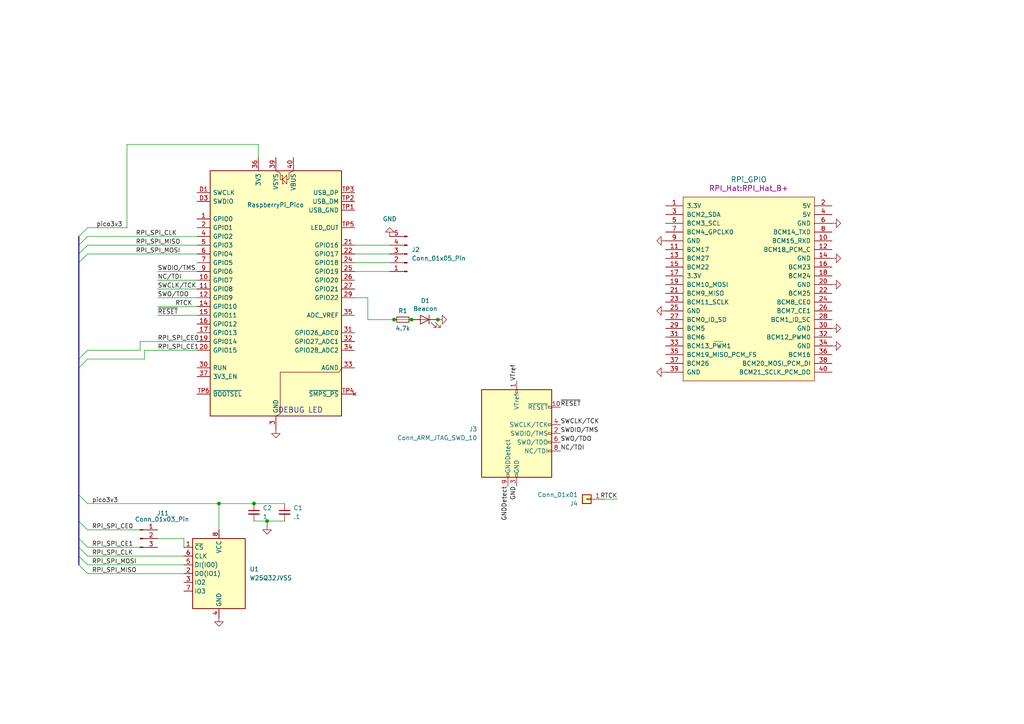
<source format=kicad_sch>
(kicad_sch (version 20250114) (generator "eeschema") (generator_version "9.0")
  (paper "A4")
  (lib_symbols
    (symbol "Connector:Conn_01x03_Pin" (pin_names (offset 1.016) (hide yes))
      (property "Reference" "J" (at 0 5.08 0))
      (property "Value" "Conn_01x03_Pin" (at 0 -5.08 0))
      (symbol "Conn_01x03_Pin_1_1"
        (rectangle (start 0.8636 2.667) (end 0 2.413) (stroke (width 0.1524)) (fill (type outline)))
        (rectangle (start 0.8636 0.127) (end 0 -0.127) (stroke (width 0.1524)) (fill (type outline)))
        (rectangle (start 0.8636 -2.413) (end 0 -2.667) (stroke (width 0.1524)) (fill (type outline)))
        (polyline (pts (xy 1.27 2.54) (xy 0.8636 2.54)) (stroke (width 0.1524)))
        (polyline (pts (xy 1.27 0) (xy 0.8636 0)) (stroke (width 0.1524)))
        (polyline (pts (xy 1.27 -2.54) (xy 0.8636 -2.54)) (stroke (width 0.1524)))
        (pin passive line (at 5.08 2.54 180) (length 3.81) (name "Pin_1") (number "1"))
        (pin passive line (at 5.08 0 180) (length 3.81) (name "Pin_2") (number "2"))
        (pin passive line (at 5.08 -2.54 180) (length 3.81) (name "Pin_3") (number "3"))
      )
    )
    (symbol "Connector:Conn_01x05_Pin" (pin_names (offset 1.016) (hide yes))
      (property "Reference" "J" (at 0 7.62 0))
      (property "Value" "Conn_01x05_Pin" (at 0 -7.62 0))
      (symbol "Conn_01x05_Pin_1_1"
        (rectangle (start 0.8636 5.207) (end 0 4.953) (stroke (width 0.1524)) (fill (type outline)))
        (rectangle (start 0.8636 2.667) (end 0 2.413) (stroke (width 0.1524)) (fill (type outline)))
        (rectangle (start 0.8636 0.127) (end 0 -0.127) (stroke (width 0.1524)) (fill (type outline)))
        (rectangle (start 0.8636 -2.413) (end 0 -2.667) (stroke (width 0.1524)) (fill (type outline)))
        (rectangle (start 0.8636 -4.953) (end 0 -5.207) (stroke (width 0.1524)) (fill (type outline)))
        (polyline (pts (xy 1.27 5.08) (xy 0.8636 5.08)) (stroke (width 0.1524)))
        (polyline (pts (xy 1.27 2.54) (xy 0.8636 2.54)) (stroke (width 0.1524)))
        (polyline (pts (xy 1.27 0) (xy 0.8636 0)) (stroke (width 0.1524)))
        (polyline (pts (xy 1.27 -2.54) (xy 0.8636 -2.54)) (stroke (width 0.1524)))
        (polyline (pts (xy 1.27 -5.08) (xy 0.8636 -5.08)) (stroke (width 0.1524)))
        (pin passive line (at 5.08 5.08 180) (length 3.81) (name "Pin_1") (number "1"))
        (pin passive line (at 5.08 2.54 180) (length 3.81) (name "Pin_2") (number "2"))
        (pin passive line (at 5.08 0 180) (length 3.81) (name "Pin_3") (number "3"))
        (pin passive line (at 5.08 -2.54 180) (length 3.81) (name "Pin_4") (number "4"))
        (pin passive line (at 5.08 -5.08 180) (length 3.81) (name "Pin_5") (number "5"))
      )
    )
    (symbol "Connector:Conn_ARM_JTAG_SWD_10" (pin_names (offset 1.016))
      (property "Reference" "J" (at -2.54 16.51 0))
      (property "Value" "Conn_ARM_JTAG_SWD_10" (at -2.54 13.97 0))
      (symbol "Conn_ARM_JTAG_SWD_10_0_1"
        (rectangle (start -10.16 12.7) (end 10.16 -12.7) (stroke (width 0.254)) (fill (type background)))
        (rectangle (start -2.794 -12.7) (end -2.286 -11.684))
        (rectangle (start -0.254 12.7) (end 0.254 11.684))
        (rectangle (start -0.254 -12.7) (end 0.254 -11.684))
        (rectangle (start 9.144 2.286) (end 10.16 2.794))
        (rectangle (start 10.16 7.874) (end 9.144 7.366))
        (rectangle (start 10.16 -0.254) (end 9.144 0.254))
        (rectangle (start 10.16 -2.794) (end 9.144 -2.286))
      )
      (symbol "Conn_ARM_JTAG_SWD_10_1_1"
        (rectangle (start 9.144 -5.334) (end 10.16 -4.826))
        (pin no_connect line (at -10.16 0 0) (length 2.54) (hide yes) (name "KEY") (number "7"))
        (pin passive line (at -2.54 -15.24 90) (length 2.54) (name "GNDDetect") (number "9"))
        (pin power_in line (at 0 15.24 270) (length 2.54) (name "VTref") (number "1"))
        (pin power_in line (at 0 -15.24 90) (length 2.54) (name "GND") (number "3"))
        (pin passive line (at 0 -15.24 90) (length 2.54) (hide yes) (name "GND") (number "5"))
        (pin open_collector line (at 12.7 7.62 180) (length 2.54) (name "~{RESET}") (number "10"))
        (pin output line (at 12.7 2.54 180) (length 2.54) (name "SWCLK/TCK") (number "4"))
        (pin bidirectional line (at 12.7 0 180) (length 2.54) (name "SWDIO/TMS") (number "2"))
        (pin input line (at 12.7 -2.54 180) (length 2.54) (name "SWO/TDO") (number "6"))
        (pin output line (at 12.7 -5.08 180) (length 2.54) (name "NC/TDI") (number "8"))
      )
    )
    (symbol "Connector_Generic:Conn_01x01" (pin_names (offset 1.016) (hide yes))
      (property "Reference" "J" (at 0 2.54 0))
      (property "Value" "Conn_01x01" (at 0 -2.54 0))
      (symbol "Conn_01x01_1_1"
        (rectangle (start -1.27 1.27) (end 1.27 -1.27) (stroke (width 0.254)) (fill (type background)))
        (rectangle (start -1.27 0.127) (end 0 -0.127) (stroke (width 0.1524)))
        (pin passive line (at -5.08 0 0) (length 3.81) (name "Pin_1") (number "1"))
      )
    )
    (symbol "Device:C_Small" (pin_numbers (hide yes)) (pin_names (offset 0.254) (hide yes))
      (property "Reference" "C" (at 0.254 1.778 0))
      (property "Value" "C_Small" (at 0.254 -2.032 0))
      (symbol "C_Small_0_1"
        (polyline (pts (xy -1.524 0.508) (xy 1.524 0.508)) (stroke (width 0.3048)))
        (polyline (pts (xy -1.524 -0.508) (xy 1.524 -0.508)) (stroke (width 0.3302)))
      )
      (symbol "C_Small_1_1"
        (pin passive line (at 0 2.54 270) (length 2.032) (name "~") (number "1"))
        (pin passive line (at 0 -2.54 90) (length 2.032) (name "~") (number "2"))
      )
    )
    (symbol "Device:LED" (pin_numbers (hide yes)) (pin_names (offset 1.016) (hide yes))
      (property "Reference" "D" (at 0 2.54 0))
      (property "Value" "LED" (at 0 -2.54 0))
      (symbol "LED_0_1"
        (polyline (pts (xy -3.048 -0.762) (xy -4.572 -2.286) (xy -3.81 -2.286) (xy -4.572 -2.286) (xy -4.572 -1.524)))
        (polyline (pts (xy -1.778 -0.762) (xy -3.302 -2.286) (xy -2.54 -2.286) (xy -3.302 -2.286) (xy -3.302 -1.524)))
        (polyline (pts (xy -1.27 0) (xy 1.27 0)))
        (polyline (pts (xy -1.27 -1.27) (xy -1.27 1.27)) (stroke (width 0.2032)))
        (polyline (pts (xy 1.27 -1.27) (xy 1.27 1.27) (xy -1.27 0) (xy 1.27 -1.27)) (stroke (width 0.2032)))
      )
      (symbol "LED_1_1"
        (pin passive line (at -3.81 0 0) (length 2.54) (name "K") (number "1"))
        (pin passive line (at 3.81 0 180) (length 2.54) (name "A") (number "2"))
      )
    )
    (symbol "Device:R_Small" (pin_numbers (hide yes)) (pin_names (offset 0.254) (hide yes))
      (property "Reference" "R" (at 0.762 0.508 0))
      (property "Value" "R_Small" (at 0.762 -1.016 0))
      (symbol "R_Small_0_1"
        (rectangle (start -0.762 1.778) (end 0.762 -1.778) (stroke (width 0.2032)))
      )
      (symbol "R_Small_1_1"
        (pin passive line (at 0 2.54 270) (length 0.762) (name "~") (number "1"))
        (pin passive line (at 0 -2.54 90) (length 0.762) (name "~") (number "2"))
      )
    )
    (symbol "MCU_Module_RaspberryPi_Pico:RaspberryPi_Pico_SecondaryPins" (pin_names (offset 0.762))
      (property "Reference" "A" (at -19.05 38.1 0))
      (property "Value" "RaspberryPi_Pico" (at 7.62 38.1 0))
      (symbol "RaspberryPi_Pico_SecondaryPins_0_1"
        (rectangle (start -19.05 36.83) (end 19.05 -34.29) (stroke (width 0.254)) (fill (type background)))
        (polyline (pts (xy 0 36.83) (xy 1.27 36.195) (xy 1.27 34.29) (xy 1.905 34.29)))
        (polyline (pts (xy 0 -34.29) (xy 1.27 -33.655) (xy 1.27 -21.59) (xy 18.415 -21.59) (xy 19.05 -20.32)))
        (polyline (pts (xy 1.651 35.306) (xy 1.651 35.56) (xy 1.905 35.56) (xy 1.905 33.02) (xy 2.159 33.02) (xy 2.159 33.274)))
        (polyline (pts (xy 1.905 34.29) (xy 3.175 35.56) (xy 3.175 33.02) (xy 1.905 34.29)))
        (polyline (pts (xy 5.08 36.83) (xy 3.81 36.195) (xy 3.81 34.29) (xy 3.175 34.29)))
      )
      (symbol "RaspberryPi_Pico_SecondaryPins_1_1"
        (pin input line (at -22.86 30.48 0) (length 3.81) (name "SWCLK") (number "D1"))
        (pin bidirectional line (at -22.86 27.94 0) (length 3.81) (name "SWDIO") (number "D3"))
        (pin bidirectional line (at -22.86 22.86 0) (length 3.81) (name "GPIO0") (number "1"))
        (pin bidirectional line (at -22.86 20.32 0) (length 3.81) (name "GPIO1") (number "2"))
        (pin bidirectional line (at -22.86 17.78 0) (length 3.81) (name "GPIO2") (number "4"))
        (pin bidirectional line (at -22.86 15.24 0) (length 3.81) (name "GPIO3") (number "5"))
        (pin bidirectional line (at -22.86 12.7 0) (length 3.81) (name "GPIO4") (number "6"))
        (pin bidirectional line (at -22.86 10.16 0) (length 3.81) (name "GPIO5") (number "7"))
        (pin bidirectional line (at -22.86 7.62 0) (length 3.81) (name "GPIO6") (number "9"))
        (pin bidirectional line (at -22.86 5.08 0) (length 3.81) (name "GPIO7") (number "10"))
        (pin bidirectional line (at -22.86 2.54 0) (length 3.81) (name "GPIO8") (number "11"))
        (pin bidirectional line (at -22.86 0 0) (length 3.81) (name "GPIO9") (number "12"))
        (pin bidirectional line (at -22.86 -2.54 0) (length 3.81) (name "GPIO10") (number "14"))
        (pin bidirectional line (at -22.86 -5.08 0) (length 3.81) (name "GPIO11") (number "15"))
        (pin bidirectional line (at -22.86 -7.62 0) (length 3.81) (name "GPIO12") (number "16"))
        (pin bidirectional line (at -22.86 -10.16 0) (length 3.81) (name "GPIO13") (number "17"))
        (pin bidirectional line (at -22.86 -12.7 0) (length 3.81) (name "GPIO14") (number "19"))
        (pin bidirectional line (at -22.86 -15.24 0) (length 3.81) (name "GPIO15") (number "20"))
        (pin input line (at -22.86 -20.32 0) (length 3.81) (name "RUN") (number "30"))
        (pin input line (at -22.86 -22.86 0) (length 3.81) (name "3V3_EN") (number "37"))
        (pin input line (at -22.86 -27.94 0) (length 3.81) (name "~{BOOTSEL}") (number "TP6"))
        (pin power_out line (at -5.08 40.64 270) (length 3.81) (name "3V3") (number "36"))
        (pin power_in line (at 0 40.64 270) (length 3.81) (name "VSYS") (number "39"))
        (pin passive line (at 0 -38.1 90) (length 3.81) (hide yes) (name "GND") (number "13"))
        (pin passive line (at 0 -38.1 90) (length 3.81) (hide yes) (name "GND") (number "18"))
        (pin passive line (at 0 -38.1 90) (length 3.81) (hide yes) (name "GND") (number "23"))
        (pin passive line (at 0 -38.1 90) (length 3.81) (hide yes) (name "GND") (number "28"))
        (pin power_out line (at 0 -38.1 90) (length 3.81) (name "GND") (number "3"))
        (pin passive line (at 0 -38.1 90) (length 3.81) (hide yes) (name "GND") (number "38"))
        (pin passive line (at 0 -38.1 90) (length 3.81) (hide yes) (name "GND") (number "8"))
        (pin passive line (at 0 -38.1 90) (length 3.81) (hide yes) (name "GND") (number "D2"))
        (pin power_out line (at 5.08 40.64 270) (length 3.81) (name "VBUS") (number "40"))
        (pin bidirectional line (at 22.86 30.48 180) (length 3.81) (name "USB_DP") (number "TP3"))
        (pin bidirectional line (at 22.86 27.94 180) (length 3.81) (name "USB_DM") (number "TP2"))
        (pin power_out line (at 22.86 25.4 180) (length 3.81) (name "USB_GND") (number "TP1"))
        (pin output line (at 22.86 20.32 180) (length 3.81) (name "LED_OUT") (number "TP5"))
        (pin bidirectional line (at 22.86 15.24 180) (length 3.81) (name "GPIO16") (number "21"))
        (pin bidirectional line (at 22.86 12.7 180) (length 3.81) (name "GPIO17") (number "22"))
        (pin bidirectional line (at 22.86 10.16 180) (length 3.81) (name "GPIO18") (number "24"))
        (pin bidirectional line (at 22.86 7.62 180) (length 3.81) (name "GPIO19") (number "25"))
        (pin bidirectional line (at 22.86 5.08 180) (length 3.81) (name "GPIO20") (number "26"))
        (pin bidirectional line (at 22.86 2.54 180) (length 3.81) (name "GPIO21") (number "27"))
        (pin bidirectional line (at 22.86 0 180) (length 3.81) (name "GPIO22") (number "29"))
        (pin power_in line (at 22.86 -5.08 180) (length 3.81) (name "ADC_VREF") (number "35"))
        (pin bidirectional line (at 22.86 -10.16 180) (length 3.81) (name "GPIO26_ADC0") (number "31"))
        (pin bidirectional line (at 22.86 -12.7 180) (length 3.81) (name "GPIO27_ADC1") (number "32"))
        (pin bidirectional line (at 22.86 -15.24 180) (length 3.81) (name "GPIO28_ADC2") (number "34"))
        (pin power_out line (at 22.86 -20.32 180) (length 3.81) (name "AGND") (number "33"))
        (pin no_connect line (at 22.86 -27.94 180) (length 3.81) (name "~{SMPS_PS}") (number "TP4"))
      )
    )
    (symbol "Memory_Flash:W25Q32JVSS"
      (property "Reference" "U" (at -6.35 11.43 0))
      (property "Value" "W25Q32JVSS" (at 7.62 11.43 0))
      (symbol "W25Q32JVSS_0_1"
        (rectangle (start -7.62 10.16) (end 7.62 -10.16) (stroke (width 0.254)) (fill (type background)))
      )
      (symbol "W25Q32JVSS_1_1"
        (pin input line (at -10.16 7.62 0) (length 2.54) (name "~{CS}") (number "1"))
        (pin input line (at -10.16 5.08 0) (length 2.54) (name "CLK") (number "6"))
        (pin bidirectional line (at -10.16 2.54 0) (length 2.54) (name "DI(IO0)") (number "5"))
        (pin bidirectional line (at -10.16 0 0) (length 2.54) (name "DO(IO1)") (number "2"))
        (pin bidirectional line (at -10.16 -2.54 0) (length 2.54) (name "IO2") (number "3"))
        (pin bidirectional line (at -10.16 -5.08 0) (length 2.54) (name "IO3") (number "7"))
        (pin power_in line (at 0 12.7 270) (length 2.54) (name "VCC") (number "8"))
        (pin power_in line (at 0 -12.7 90) (length 2.54) (name "GND") (number "4"))
      )
    )
    (symbol "RPi_Hat:RPi_GPIO" (pin_names (offset 1.016))
      (property "Reference" "J" (at 19.05 6.35 0))
      (property "Value" "RPi_GPIO" (at 19.05 3.81 0))
      (symbol "RPi_GPIO_1_1"
        (rectangle (start 0 2.54) (end 38.1 -50.8) (fill (type background)))
        (pin power_in line (at -5.08 0 0) (length 5.08) (name "3.3V") (number "1"))
        (pin bidirectional line (at -5.08 -2.54 0) (length 5.08) (name "BCM2_SDA") (number "3"))
        (pin bidirectional line (at -5.08 -5.08 0) (length 5.08) (name "BCM3_SCL") (number "5"))
        (pin bidirectional line (at -5.08 -7.62 0) (length 5.08) (name "BCM4_GPCLK0") (number "7"))
        (pin power_in line (at -5.08 -10.16 0) (length 5.08) (name "GND") (number "9"))
        (pin bidirectional line (at -5.08 -12.7 0) (length 5.08) (name "BCM17") (number "11"))
        (pin bidirectional line (at -5.08 -15.24 0) (length 5.08) (name "BCM27") (number "13"))
        (pin bidirectional line (at -5.08 -17.78 0) (length 5.08) (name "BCM22") (number "15"))
        (pin power_in line (at -5.08 -20.32 0) (length 5.08) (name "3.3V") (number "17"))
        (pin bidirectional line (at -5.08 -22.86 0) (length 5.08) (name "BCM10_MOSI") (number "19"))
        (pin bidirectional line (at -5.08 -25.4 0) (length 5.08) (name "BCM9_MISO") (number "21"))
        (pin bidirectional line (at -5.08 -27.94 0) (length 5.08) (name "BCM11_SCLK") (number "23"))
        (pin power_in line (at -5.08 -30.48 0) (length 5.08) (name "GND") (number "25"))
        (pin bidirectional line (at -5.08 -33.02 0) (length 5.08) (name "BCM0_ID_SD") (number "27"))
        (pin bidirectional line (at -5.08 -35.56 0) (length 5.08) (name "BCM5") (number "29"))
        (pin bidirectional line (at -5.08 -38.1 0) (length 5.08) (name "BCM6") (number "31"))
        (pin bidirectional line (at -5.08 -40.64 0) (length 5.08) (name "BCM13_PWM1") (number "33"))
        (pin bidirectional line (at -5.08 -43.18 0) (length 5.08) (name "BCM19_MISO_PCM_FS") (number "35"))
        (pin bidirectional line (at -5.08 -45.72 0) (length 5.08) (name "BCM26") (number "37"))
        (pin power_in line (at -5.08 -48.26 0) (length 5.08) (name "GND") (number "39"))
        (pin power_in line (at 43.18 0 180) (length 5.08) (name "5V") (number "2"))
        (pin power_in line (at 43.18 -2.54 180) (length 5.08) (name "5V") (number "4"))
        (pin power_in line (at 43.18 -5.08 180) (length 5.08) (name "GND") (number "6"))
        (pin bidirectional line (at 43.18 -7.62 180) (length 5.08) (name "BCM14_TXD") (number "8"))
        (pin bidirectional line (at 43.18 -10.16 180) (length 5.08) (name "BCM15_RXD") (number "10"))
        (pin bidirectional line (at 43.18 -12.7 180) (length 5.08) (name "BCM18_PCM_C") (number "12"))
        (pin power_in line (at 43.18 -15.24 180) (length 5.08) (name "GND") (number "14"))
        (pin bidirectional line (at 43.18 -17.78 180) (length 5.08) (name "BCM23") (number "16"))
        (pin bidirectional line (at 43.18 -20.32 180) (length 5.08) (name "BCM24") (number "18"))
        (pin power_in line (at 43.18 -22.86 180) (length 5.08) (name "GND") (number "20"))
        (pin bidirectional line (at 43.18 -25.4 180) (length 5.08) (name "BCM25") (number "22"))
        (pin bidirectional line (at 43.18 -27.94 180) (length 5.08) (name "BCM8_CE0") (number "24"))
        (pin bidirectional line (at 43.18 -30.48 180) (length 5.08) (name "BCM7_CE1") (number "26"))
        (pin bidirectional line (at 43.18 -33.02 180) (length 5.08) (name "BCM1_ID_SC") (number "28"))
        (pin power_in line (at 43.18 -35.56 180) (length 5.08) (name "GND") (number "30"))
        (pin bidirectional line (at 43.18 -38.1 180) (length 5.08) (name "BCM12_PWM0") (number "32"))
        (pin power_in line (at 43.18 -40.64 180) (length 5.08) (name "GND") (number "34"))
        (pin bidirectional line (at 43.18 -43.18 180) (length 5.08) (name "BCM16") (number "36"))
        (pin bidirectional line (at 43.18 -45.72 180) (length 5.08) (name "BCM20_MOSI_PCM_DI") (number "38"))
        (pin bidirectional line (at 43.18 -48.26 180) (length 5.08) (name "BCM21_SCLK_PCM_DO") (number "40"))
      )
    )
    (symbol "power:GND" (power) (pin_numbers (hide yes)) (pin_names (offset 0) (hide yes))
      (property "Value" "GND" (at 0 -3.81 0))
      (symbol "GND_0_1"
        (polyline (pts (xy 0 0) (xy 0 -1.27) (xy 1.27 -1.27) (xy 0 -2.54) (xy -1.27 -1.27) (xy 0 -1.27)))
      )
      (symbol "GND_1_1"
        (pin power_in line (at 0 0 270) (length 0) (name "~") (number "1"))
      )
    )
  )
  (text "DEBUG LED" (at 80.645 120.015 0) (effects (font (size 1.524 1.524)) (justify left bottom)))
  (junction (at 77.47 151.13))
  (junction (at 119.38 92.71))
  (junction (at 114.3 92.71))
  (junction (at 63.5 146.05))
  (junction (at 73.66 146.05))
  (junction (at 127 92.71))
  (bus_entry (at 22.86 163.83) (size 2.54 2.54))
  (bus_entry (at 22.86 156.21) (size 2.54 2.54))
  (bus_entry (at 22.86 73.66) (size 2.54 -2.54))
  (bus_entry (at 22.86 151.13) (size 2.54 2.54))
  (bus_entry (at 25.4 66.04) (size -2.54 2.54))
  (bus_entry (at 22.86 106.68) (size 2.54 -2.54))
  (bus_entry (at 22.86 76.2) (size 2.54 -2.54))
  (bus_entry (at 22.86 104.14) (size 2.54 -2.54))
  (bus_entry (at 22.86 143.51) (size 2.54 2.54))
  (bus_entry (at 22.86 158.75) (size 2.54 2.54))
  (bus_entry (at 22.86 161.29) (size 2.54 2.54))
  (bus_entry (at 22.86 71.12) (size 2.54 -2.54))
  (wire (pts (xy 25.4 71.12) (xy 57.15 71.12)))
  (wire (pts (xy 41.91 101.6) (xy 57.15 101.6)))
  (wire (pts (xy 102.87 76.2) (xy 113.03 76.2)))
  (wire (pts (xy 73.66 151.13) (xy 77.47 151.13)))
  (wire (pts (xy 207.01 99.06) (xy 209.55 99.06)))
  (wire (pts (xy 63.5 146.05) (xy 73.66 146.05)))
  (bus (pts (xy 22.86 106.68) (xy 22.86 143.51)))
  (wire (pts (xy 53.34 156.21) (xy 53.34 158.75)))
  (wire (pts (xy 106.68 86.36) (xy 106.68 92.71)))
  (bus (pts (xy 22.86 151.13) (xy 22.86 156.21)))
  (wire (pts (xy 25.4 68.58) (xy 57.15 68.58)))
  (wire (pts (xy 74.93 45.72) (xy 74.93 41.91)))
  (bus (pts (xy 22.86 73.66) (xy 22.86 76.2)))
  (wire (pts (xy 119.38 92.71) (xy 114.3 92.71)))
  (wire (pts (xy 106.68 92.71) (xy 114.3 92.71)))
  (wire (pts (xy 25.4 146.05) (xy 63.5 146.05)))
  (wire (pts (xy 102.87 73.66) (xy 113.03 73.66)))
  (bus (pts (xy 22.86 158.75) (xy 22.86 161.29)))
  (wire (pts (xy 73.66 146.05) (xy 82.55 146.05)))
  (wire (pts (xy 25.4 163.83) (xy 53.34 163.83)))
  (wire (pts (xy 45.72 78.74) (xy 57.15 78.74)))
  (wire (pts (xy 45.72 158.75) (xy 25.4 158.75)))
  (wire (pts (xy 41.91 104.14) (xy 25.4 104.14)))
  (wire (pts (xy 45.72 156.21) (xy 53.34 156.21)))
  (wire (pts (xy 63.5 146.05) (xy 63.5 153.67)))
  (wire (pts (xy 45.72 83.82) (xy 57.15 83.82)))
  (wire (pts (xy 25.4 73.66) (xy 57.15 73.66)))
  (wire (pts (xy 102.87 78.74) (xy 113.03 78.74)))
  (bus (pts (xy 22.86 71.12) (xy 22.86 73.66)))
  (wire (pts (xy 77.47 151.13) (xy 77.47 152.4)))
  (bus (pts (xy 22.86 76.2) (xy 22.86 104.14)))
  (wire (pts (xy 45.72 81.28) (xy 57.15 81.28)))
  (wire (pts (xy 36.83 41.91) (xy 36.83 66.04)))
  (bus (pts (xy 22.86 68.58) (xy 22.86 71.12)))
  (wire (pts (xy 25.4 166.37) (xy 53.34 166.37)))
  (wire (pts (xy 77.47 151.13) (xy 82.55 151.13)))
  (wire (pts (xy 36.83 41.91) (xy 74.93 41.91)))
  (wire (pts (xy 127 92.71) (xy 119.38 92.71)))
  (bus (pts (xy 22.86 156.21) (xy 22.86 158.75)))
  (wire (pts (xy 102.87 71.12) (xy 113.03 71.12)))
  (wire (pts (xy 45.72 88.9) (xy 57.15 88.9)))
  (wire (pts (xy 45.72 153.67) (xy 25.4 153.67)))
  (wire (pts (xy 102.87 86.36) (xy 106.68 86.36)))
  (bus (pts (xy 22.86 161.29) (xy 22.86 163.83)))
  (wire (pts (xy 25.4 161.29) (xy 53.34 161.29)))
  (bus (pts (xy 22.86 143.51) (xy 22.86 151.13)))
  (wire (pts (xy 45.72 86.36) (xy 57.15 86.36)))
  (wire (pts (xy 40.64 99.06) (xy 57.15 99.06)))
  (wire (pts (xy 40.64 101.6) (xy 40.64 99.06)))
  (wire (pts (xy 25.4 101.6) (xy 40.64 101.6)))
  (bus (pts (xy 22.86 104.14) (xy 22.86 106.68)))
  (wire (pts (xy 179.07 144.78) (xy 175.26 144.78)))
  (wire (pts (xy 25.4 66.04) (xy 36.83 66.04)))
  (wire (pts (xy 45.72 91.44) (xy 57.15 91.44)))
  (wire (pts (xy 41.91 101.6) (xy 41.91 104.14)))
  (label "RPI_SPI_CE1" (at 26.67 158.75 0))
  (label "RPI_SPI_MISO" (at 26.67 166.37 0))
  (label "NC{slash}TDI" (at 45.72 81.28 0))
  (label "RPI_SPI_MISO" (at 39.37 71.12 0))
  (label "SWCLK/TCK" (at 162.56 123.19 0))
  (label "pico3v3" (at 27.94 66.04 0))
  (label "RPI_SPI_CLK" (at 26.67 161.29 0))
  (label "GNDDetect" (at 147.32 140.97 270))
  (label "RPI_SPI_CLK" (at 39.37 68.58 0))
  (label "pico3v3" (at 26.67 146.05 0))
  (label "SWDIO/TMS" (at 162.56 125.73 0))
  (label "~{RESET}" (at 45.72 91.44 0))
  (label "RPI_SPI_MOSI" (at 39.37 73.66 0))
  (label "GND" (at 149.86 140.97 270))
  (label "RPI_SPI_MOSI" (at 26.67 163.83 0))
  (label "SWCLK{slash}TCK" (at 45.72 83.82 0))
  (label "NC/TDI" (at 162.56 130.81 0))
  (label "RTCK" (at 179.07 144.78 180))
  (label "VTref" (at 149.86 110.49 90))
  (label "RTCK" (at 50.8 88.9 0))
  (label "SWO{slash}TDO" (at 45.72 86.36 0))
  (label "SWDIO{slash}TMS" (at 45.72 78.74 0))
  (label "SWO/TDO" (at 162.56 128.27 0))
  (label "~{RESET}" (at 162.56 118.11 0))
  (label "RPI_SPI_CE0" (at 45.72 99.06 0))
  (label "RPI_SPI_CE1" (at 45.72 101.6 0))
  (label "RPI_SPI_CE0" (at 26.67 153.67 0))
  (symbol (lib_id "power:GND") (at 241.3 64.77 90) (unit 1)
    (property "Reference" "#PWR011" (effects (hide yes)))
    (property "Value" "GND" (effects (hide yes)))
    (property "Description" "Power symbol creates a global label with name \"GND\" , ground" (effects (hide yes)))
  )
  (symbol (lib_id "Device:LED") (at 123.19 92.71 0) (mirror y) (unit 1)
    (property "Reference" "D1" (at 123.3678 87.2236 0))
    (property "Value" "Beacon" (at 123.3678 89.535 0))
    (property "Footprint" "LED_SMD:LED_0603_1608Metric" (effects (hide yes)))
  )
  (symbol (lib_id "power:GND") (at 77.47 152.4 0) (unit 1)
    (property "Reference" "#PWR04" (effects (hide yes)))
    (property "Value" "GND" (effects (hide yes)))
    (property "Description" "Power symbol creates a global label with name \"GND\" , ground" (effects (hide yes)))
  )
  (symbol (lib_id "Device:C_Small") (at 73.66 148.59 0) (unit 1)
    (property "Reference" "C2" (at 76.2 147.3262 0) (effects (justify left)))
    (property "Value" "1" (at 76.2 149.8662 0) (effects (justify left)))
    (property "Footprint" "Capacitor_SMD:C_0603_1608Metric_Pad1.08x0.95mm_HandSolder" (effects (hide yes)))
    (property "Description" "Unpolarized capacitor, small symbol" (effects (hide yes)))
  )
  (symbol (lib_id "Device:R_Small") (at 116.84 92.71 270) (unit 1)
    (property "Reference" "R1" (at 116.84 90.17 90))
    (property "Value" "4.7k" (at 116.84 95.25 90))
    (property "Footprint" "Resistor_SMD:R_0603_1608Metric" (effects (hide yes)))
  )
  (symbol (lib_id "Device:C_Small") (at 82.55 148.59 0) (unit 1)
    (property "Reference" "C1" (at 85.09 147.3262 0) (effects (justify left)))
    (property "Value" ".1" (at 85.09 149.8662 0) (effects (justify left)))
    (property "Footprint" "Capacitor_SMD:C_0603_1608Metric_Pad1.08x0.95mm_HandSolder" (effects (hide yes)))
    (property "Description" "Unpolarized capacitor, small symbol" (effects (hide yes)))
  )
  (symbol (lib_id "power:GND") (at 127 92.71 90) (mirror x) (unit 1)
    (property "Reference" "#PWR015" (effects (hide yes)))
    (property "Value" "GND" (effects (hide yes)))
  )
  (symbol (lib_id "power:GND") (at 193.04 90.17 270) (unit 1)
    (property "Reference" "#PWR013" (effects (hide yes)))
    (property "Value" "GND" (effects (hide yes)))
    (property "Description" "Power symbol creates a global label with name \"GND\" , ground" (effects (hide yes)))
  )
  (symbol (lib_id "power:GND") (at 63.5 179.07 0) (unit 1)
    (property "Reference" "#PWR018" (effects (hide yes)))
    (property "Value" "GND" (effects (hide yes)))
    (property "Description" "Power symbol creates a global label with name \"GND\" , ground" (effects (hide yes)))
  )
  (symbol (lib_id "power:GND") (at 113.03 68.58 180) (unit 1)
    (property "Reference" "#PWR2" (effects (hide yes)))
    (property "Value" "GND" (at 113.03 63.5 0))
    (property "Description" "Power symbol creates a global label with name \"GND\" , ground" (effects (hide yes)))
  )
  (symbol (lib_id "Connector_Generic:Conn_01x01") (at 170.18 144.78 180) (unit 1)
    (property "Reference" "J4" (at 167.64 146.0501 0) (effects (justify left)))
    (property "Value" "Conn_01x01" (at 167.64 143.5101 0) (effects (justify left)))
    (property "Footprint" "Connector_PinHeader_1.27mm:PinHeader_1x01_P1.27mm_Vertical" (effects (hide yes)))
    (property "Description" "Generic connector, single row, 01x01, script generated (kicad-library-utils/schlib/autogen/connector/)" (effects (hide yes)))
  )
  (symbol (lib_id "power:GND") (at 193.04 69.85 270) (unit 1)
    (property "Reference" "#PWR012" (effects (hide yes)))
    (property "Value" "GND" (effects (hide yes)))
    (property "Description" "Power symbol creates a global label with name \"GND\" , ground" (effects (hide yes)))
  )
  (symbol (lib_id "power:GND") (at 193.04 107.95 270) (unit 1)
    (property "Reference" "#PWR05" (effects (hide yes)))
    (property "Value" "GND" (effects (hide yes)))
    (property "Description" "Power symbol creates a global label with name \"GND\" , ground" (effects (hide yes)))
  )
  (symbol (lib_id "power:GND") (at 241.3 74.93 90) (unit 1)
    (property "Reference" "#PWR010" (effects (hide yes)))
    (property "Value" "GND" (effects (hide yes)))
    (property "Description" "Power symbol creates a global label with name \"GND\" , ground" (effects (hide yes)))
  )
  (symbol (lib_id "power:GND") (at 241.3 100.33 90) (unit 1)
    (property "Reference" "#PWR07" (effects (hide yes)))
    (property "Value" "GND" (effects (hide yes)))
    (property "Description" "Power symbol creates a global label with name \"GND\" , ground" (effects (hide yes)))
  )
  (symbol (lib_id "power:GND") (at 241.3 95.25 90) (unit 1)
    (property "Reference" "#PWR08" (effects (hide yes)))
    (property "Value" "GND" (effects (hide yes)))
    (property "Description" "Power symbol creates a global label with name \"GND\" , ground" (effects (hide yes)))
  )
  (symbol (lib_id "power:GND") (at 80.01 124.46 0) (unit 1)
    (property "Reference" "#PWR01" (effects (hide yes)))
    (property "Value" "GND" (effects (hide yes)))
    (property "Description" "Power symbol creates a global label with name \"GND\" , ground" (effects (hide yes)))
  )
  (symbol (lib_id "power:GND") (at 241.3 82.55 90) (unit 1)
    (property "Reference" "#PWR09" (effects (hide yes)))
    (property "Value" "GND" (effects (hide yes)))
    (property "Description" "Power symbol creates a global label with name \"GND\" , ground" (effects (hide yes)))
  )
  (symbol (lib_id "Memory_Flash:W25Q32JVSS") (at 63.5 166.37 0) (unit 1)
    (property "Reference" "U1" (at 72.39 165.0999 0) (effects (justify left)))
    (property "Value" "W25Q32JVSS" (at 72.39 167.6399 0) (effects (justify left)))
    (property "Footprint" "Package_SO:SOIC-8_3.9x4.9mm_P1.27mm" (effects (hide yes)))
    (property "Datasheet" "http://www.winbond.com/resource-files/w25q32jv%20revg%2003272018%20plus.pdf" (effects (hide yes)))
    (property "Description" "32Mb Serial Flash Memory, Standard/Dual/Quad SPI, SOIC-8" (effects (hide yes)))
  )
  (symbol (lib_id "MCU_Module_RaspberryPi_Pico:RaspberryPi_Pico_SecondaryPins") (at 80.01 86.36 0) (unit 1)
    (property "Reference" "A1" (effects (hide yes)))
    (property "Value" "RaspberryPi_Pico" (at 71.628 59.436 0) (effects (justify left)))
    (property "Footprint" "Module_RaspberryPi_Pico:RaspberryPi_Pico_Common" (effects (hide yes)))
    (property "Datasheet" "https://datasheets.raspberrypi.com/pico/pico-datasheet.pdf" (effects (hide yes)))
    (property "Description" "Versatile and inexpensive microcontroller module (with full pinout for test point and debug connections) powered by RP2040 dual-core Arm Cortex-M0+ processor up to 133 MHz, 264kB SRAM, 2MB QSPI flash" (effects (hide yes)))
  )
  (symbol (lib_id "Connector:Conn_ARM_JTAG_SWD_10") (at 149.86 125.73 0) (unit 1)
    (property "Reference" "J3" (at 138.43 124.4599 0) (effects (justify right)))
    (property "Value" "Conn_ARM_JTAG_SWD_10" (at 138.43 126.9999 0) (effects (justify right)))
    (property "Footprint" "Connector_PinHeader_1.27mm:PinHeader_2x05_P1.27mm_Vertical" (effects (hide yes)))
    (property "Datasheet" "http://infocenter.arm.com/help/topic/com.arm.doc.ddi0314h/DDI0314H_coresight_components_trm.pdf" (effects (hide yes)))
    (property "Description" "Cortex Debug Connector, standard ARM Cortex-M SWD and JTAG interface" (effects (hide yes)))
  )
  (symbol (lib_id "Connector:Conn_01x03_Pin") (at 40.64 156.21 0) (unit 1)
    (property "Reference" "J11" (at 47.244 148.844 0))
    (property "Value" "Conn_01x03_Pin" (at 46.99 150.622 0))
    (property "Footprint" "Connector_PinHeader_2.54mm:PinHeader_1x03_P2.54mm_Vertical" (effects (hide yes)))
    (property "Description" "Generic connector, single row, 01x03, script generated" (effects (hide yes)))
  )
  (symbol (lib_id "Connector:Conn_01x05_Pin") (at 118.11 73.66 180) (unit 1)
    (property "Reference" "J2" (at 119.38 72.3899 0) (effects (justify right)))
    (property "Value" "Conn_01x05_Pin" (at 119.38 74.9299 0) (effects (justify right)))
    (property "Footprint" "Connector_PinHeader_2.54mm:PinHeader_1x05_P2.54mm_Vertical" (effects (hide yes)))
    (property "Description" "Generic connector, single row, 01x05, script generated" (effects (hide yes)))
  )
  (symbol (lib_id "RPi_Hat:RPi_GPIO") (at 198.12 59.69 0) (unit 1)
    (property "Reference" "J1" (effects (hide yes)))
    (property "Value" "RPi_GPIO" (at 217.17 52.07 0) (effects (font (size 1.524 1.524))))
    (property "Footprint" "RPI_Hat:RPI_Hat_B+" (at 217.17 54.61 0) (effects (font (size 1.524 1.524))))
  )
)
</source>
